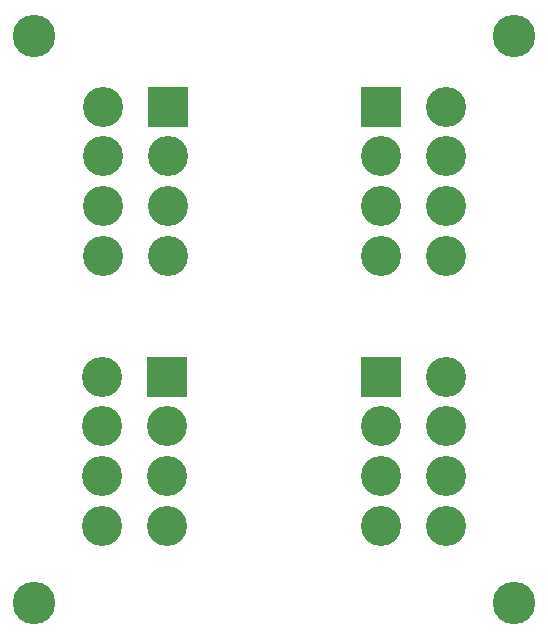
<source format=gbs>
G04 #@! TF.FileFunction,Soldermask,Bot*
%FSLAX46Y46*%
G04 Gerber Fmt 4.6, Leading zero omitted, Abs format (unit mm)*
G04 Created by KiCad (PCBNEW 4.0.7) date 03/10/18 19:58:14*
%MOMM*%
%LPD*%
G01*
G04 APERTURE LIST*
%ADD10C,0.100000*%
%ADD11C,3.600000*%
%ADD12R,3.400000X3.400000*%
%ADD13C,3.400000*%
G04 APERTURE END LIST*
D10*
D11*
X142240000Y-108966000D03*
X101600000Y-108966000D03*
X101600000Y-60960000D03*
D12*
X112891000Y-66920000D03*
D13*
X112891000Y-71120000D03*
X112891000Y-75320000D03*
X112891000Y-79520000D03*
X107391000Y-66920000D03*
X107391000Y-71120000D03*
X107391000Y-75320000D03*
X107391000Y-79520000D03*
D12*
X130981000Y-89780000D03*
D13*
X130981000Y-93980000D03*
X130981000Y-98180000D03*
X130981000Y-102380000D03*
X136481000Y-89780000D03*
X136481000Y-93980000D03*
X136481000Y-98180000D03*
X136481000Y-102380000D03*
D12*
X130981000Y-66920000D03*
D13*
X130981000Y-71120000D03*
X130981000Y-75320000D03*
X130981000Y-79520000D03*
X136481000Y-66920000D03*
X136481000Y-71120000D03*
X136481000Y-75320000D03*
X136481000Y-79520000D03*
D12*
X112841000Y-89780000D03*
D13*
X112841000Y-93980000D03*
X112841000Y-98180000D03*
X112841000Y-102380000D03*
X107341000Y-89780000D03*
X107341000Y-93980000D03*
X107341000Y-98180000D03*
X107341000Y-102380000D03*
D11*
X142240000Y-60960000D03*
M02*

</source>
